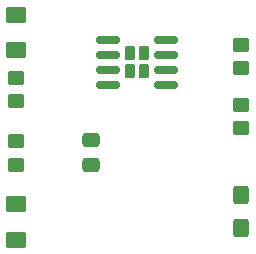
<source format=gbr>
%TF.GenerationSoftware,KiCad,Pcbnew,(6.0.10)*%
%TF.CreationDate,2023-02-16T14:37:26-08:00*%
%TF.ProjectId,lab4 task2,6c616234-2074-4617-936b-322e6b696361,rev?*%
%TF.SameCoordinates,Original*%
%TF.FileFunction,Paste,Top*%
%TF.FilePolarity,Positive*%
%FSLAX46Y46*%
G04 Gerber Fmt 4.6, Leading zero omitted, Abs format (unit mm)*
G04 Created by KiCad (PCBNEW (6.0.10)) date 2023-02-16 14:37:26*
%MOMM*%
%LPD*%
G01*
G04 APERTURE LIST*
G04 Aperture macros list*
%AMRoundRect*
0 Rectangle with rounded corners*
0 $1 Rounding radius*
0 $2 $3 $4 $5 $6 $7 $8 $9 X,Y pos of 4 corners*
0 Add a 4 corners polygon primitive as box body*
4,1,4,$2,$3,$4,$5,$6,$7,$8,$9,$2,$3,0*
0 Add four circle primitives for the rounded corners*
1,1,$1+$1,$2,$3*
1,1,$1+$1,$4,$5*
1,1,$1+$1,$6,$7*
1,1,$1+$1,$8,$9*
0 Add four rect primitives between the rounded corners*
20,1,$1+$1,$2,$3,$4,$5,0*
20,1,$1+$1,$4,$5,$6,$7,0*
20,1,$1+$1,$6,$7,$8,$9,0*
20,1,$1+$1,$8,$9,$2,$3,0*%
G04 Aperture macros list end*
%ADD10RoundRect,0.250000X-0.450000X0.350000X-0.450000X-0.350000X0.450000X-0.350000X0.450000X0.350000X0*%
%ADD11RoundRect,0.230000X-0.230000X-0.375000X0.230000X-0.375000X0.230000X0.375000X-0.230000X0.375000X0*%
%ADD12RoundRect,0.150000X-0.825000X-0.150000X0.825000X-0.150000X0.825000X0.150000X-0.825000X0.150000X0*%
%ADD13RoundRect,0.250001X0.624999X-0.462499X0.624999X0.462499X-0.624999X0.462499X-0.624999X-0.462499X0*%
%ADD14RoundRect,0.250000X-0.425000X0.537500X-0.425000X-0.537500X0.425000X-0.537500X0.425000X0.537500X0*%
%ADD15RoundRect,0.250000X-0.475000X0.337500X-0.475000X-0.337500X0.475000X-0.337500X0.475000X0.337500X0*%
G04 APERTURE END LIST*
D10*
%TO.C,R1*%
X163830000Y-90170000D03*
X163830000Y-92170000D03*
%TD*%
%TO.C,R3*%
X144780000Y-92980000D03*
X144780000Y-94980000D03*
%TD*%
D11*
%TO.C,U1*%
X155540000Y-90910000D03*
X155540000Y-92410000D03*
X154400000Y-90910000D03*
X154400000Y-92410000D03*
D12*
X152495000Y-89755000D03*
X152495000Y-91025000D03*
X152495000Y-92295000D03*
X152495000Y-93565000D03*
X157445000Y-93565000D03*
X157445000Y-92295000D03*
X157445000Y-91025000D03*
X157445000Y-89755000D03*
%TD*%
D13*
%TO.C,D1*%
X144780000Y-90605000D03*
X144780000Y-87630000D03*
%TD*%
D10*
%TO.C,R2*%
X163830000Y-95250000D03*
X163830000Y-97250000D03*
%TD*%
D14*
%TO.C,C1*%
X163830000Y-102870000D03*
X163830000Y-105745000D03*
%TD*%
D13*
%TO.C,D2*%
X144780000Y-106680000D03*
X144780000Y-103705000D03*
%TD*%
D10*
%TO.C,R4*%
X144780000Y-98330000D03*
X144780000Y-100330000D03*
%TD*%
D15*
%TO.C,C2*%
X151130000Y-98255000D03*
X151130000Y-100330000D03*
%TD*%
M02*

</source>
